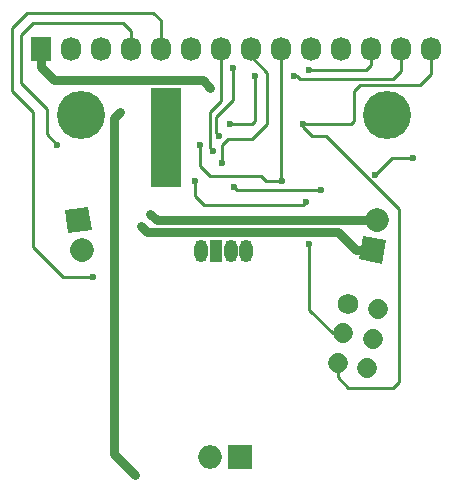
<source format=gbl>
G04 #@! TF.FileFunction,Copper,L2,Bot,Signal*
%FSLAX46Y46*%
G04 Gerber Fmt 4.6, Leading zero omitted, Abs format (unit mm)*
G04 Created by KiCad (PCBNEW 4.0.1-stable) date 2016 March 22, Tuesday 17:13:29*
%MOMM*%
G01*
G04 APERTURE LIST*
%ADD10C,0.100000*%
%ADD11C,0.600000*%
%ADD12R,1.727200X2.032000*%
%ADD13O,1.727200X2.032000*%
%ADD14O,1.117600X1.905000*%
%ADD15R,1.117600X1.905000*%
%ADD16C,4.064000*%
%ADD17C,1.727200*%
%ADD18C,1.727200*%
%ADD19O,1.998980X1.998980*%
%ADD20R,1.998980X1.998980*%
%ADD21C,1.998980*%
%ADD22C,0.750000*%
%ADD23C,0.250000*%
G04 APERTURE END LIST*
D10*
D11*
X138303000Y-80137000D03*
X137033000Y-80137000D03*
X137668000Y-79375000D03*
X137668000Y-74041000D03*
X137033000Y-73279000D03*
X138303000Y-73279000D03*
X137668000Y-76581000D03*
X137668000Y-77216000D03*
D12*
X127127000Y-69088000D03*
D13*
X129667000Y-69088000D03*
X132207000Y-69088000D03*
X134747000Y-69088000D03*
X137287000Y-69088000D03*
X139827000Y-69088000D03*
X142367000Y-69088000D03*
X144907000Y-69088000D03*
X147447000Y-69088000D03*
X149987000Y-69088000D03*
X152527000Y-69088000D03*
X155067000Y-69088000D03*
X157607000Y-69088000D03*
X160147000Y-69088000D03*
D14*
X140716000Y-86233000D03*
D15*
X141986000Y-86233000D03*
D14*
X143256000Y-86233000D03*
X144526000Y-86233000D03*
D16*
X156464000Y-74676000D03*
X130556000Y-74676000D03*
D11*
X137668000Y-75946000D03*
D17*
X153162000Y-90678000D03*
D18*
X155663412Y-91119066D02*
X155663412Y-91119066D01*
X152720934Y-93179412D02*
X152720934Y-93179412D01*
X155222345Y-93620478D02*
X155222345Y-93620478D01*
X152279867Y-95680823D02*
X152279867Y-95680823D01*
X154781279Y-96121890D02*
X154781279Y-96121890D01*
D19*
X141478000Y-103632000D03*
D20*
X144018000Y-103632000D03*
D21*
X130655500Y-86081281D02*
X130655500Y-86081281D01*
D10*
G36*
X129173135Y-82715339D02*
X131152661Y-82437135D01*
X131430865Y-84416661D01*
X129451339Y-84694865D01*
X129173135Y-82715339D01*
X129173135Y-82715339D01*
G37*
D21*
X155635066Y-83604588D02*
X155635066Y-83604588D01*
D10*
G36*
X156004746Y-87263865D02*
X154036135Y-86916746D01*
X154383254Y-84948135D01*
X156351865Y-85295254D01*
X156004746Y-87263865D01*
X156004746Y-87263865D01*
G37*
D11*
X135128000Y-105156000D03*
X133858000Y-74422000D03*
X141478000Y-72390000D03*
X149352000Y-75438000D03*
X148590000Y-71374000D03*
X140589000Y-77216000D03*
X147574000Y-80264000D03*
X142494000Y-78740000D03*
X128524000Y-77216000D03*
X149606000Y-82042000D03*
X140208000Y-80264000D03*
X135636000Y-84074000D03*
X136398000Y-83058000D03*
X131572000Y-88392000D03*
X149860000Y-70866000D03*
X143129000Y-75438000D03*
X145288000Y-71374000D03*
X141732000Y-77724000D03*
X149860000Y-85598000D03*
X143383000Y-70739000D03*
X142240000Y-76454000D03*
X158623000Y-78359000D03*
X155448000Y-79756000D03*
X150876000Y-81026000D03*
X143510000Y-80772000D03*
D22*
X133350000Y-103378000D02*
X135128000Y-105156000D01*
X133350000Y-74930000D02*
X133350000Y-103378000D01*
X133858000Y-74422000D02*
X133350000Y-74930000D01*
X127127000Y-70612000D02*
X127127000Y-69088000D01*
X128270000Y-71755000D02*
X127127000Y-70612000D01*
X140843000Y-71755000D02*
X128270000Y-71755000D01*
X141478000Y-72390000D02*
X140843000Y-71755000D01*
D23*
X149352000Y-75438000D02*
X149352000Y-75692000D01*
X152279867Y-96907867D02*
X152279867Y-95680823D01*
X153162000Y-97790000D02*
X152279867Y-96907867D01*
X156972000Y-97790000D02*
X153162000Y-97790000D01*
X157480000Y-97282000D02*
X156972000Y-97790000D01*
X157480000Y-82677000D02*
X157480000Y-97282000D01*
X151257000Y-76454000D02*
X157480000Y-82677000D01*
X150114000Y-76454000D02*
X151257000Y-76454000D01*
X149352000Y-75692000D02*
X150114000Y-76454000D01*
X160147000Y-71247000D02*
X160147000Y-69088000D01*
X159258000Y-72136000D02*
X160147000Y-71247000D01*
X154178000Y-72136000D02*
X159258000Y-72136000D01*
X153670000Y-72644000D02*
X154178000Y-72136000D01*
X153670000Y-75184000D02*
X153670000Y-72644000D01*
X153416000Y-75438000D02*
X153670000Y-75184000D01*
X149352000Y-75438000D02*
X153416000Y-75438000D01*
X148590000Y-71374000D02*
X148844000Y-71374000D01*
X157607000Y-70993000D02*
X157607000Y-69088000D01*
X156972000Y-71628000D02*
X157607000Y-70993000D01*
X149098000Y-71628000D02*
X156972000Y-71628000D01*
X148844000Y-71374000D02*
X149098000Y-71628000D01*
X147574000Y-80264000D02*
X146177000Y-80264000D01*
X140589000Y-78994000D02*
X140589000Y-77216000D01*
X141478000Y-79883000D02*
X140589000Y-78994000D01*
X145796000Y-79883000D02*
X141478000Y-79883000D01*
X146177000Y-80264000D02*
X145796000Y-79883000D01*
X147447000Y-69088000D02*
X147447000Y-80137000D01*
X147447000Y-80137000D02*
X147574000Y-80264000D01*
X144907000Y-69088000D02*
X144907000Y-69723000D01*
X144907000Y-69723000D02*
X146304000Y-71120000D01*
X146304000Y-71120000D02*
X146304000Y-75438000D01*
X146304000Y-75438000D02*
X145034000Y-76708000D01*
X145034000Y-76708000D02*
X143002000Y-76708000D01*
X143002000Y-76708000D02*
X142494000Y-77216000D01*
X142494000Y-77216000D02*
X142494000Y-78740000D01*
X134747000Y-67564000D02*
X134747000Y-69088000D01*
X134112000Y-66929000D02*
X134747000Y-67564000D01*
X126492000Y-66929000D02*
X134112000Y-66929000D01*
X125476000Y-67945000D02*
X126492000Y-66929000D01*
X125476000Y-72009000D02*
X125476000Y-67945000D01*
X127635000Y-74168000D02*
X125476000Y-72009000D01*
X127635000Y-76327000D02*
X127635000Y-74168000D01*
X128524000Y-77216000D02*
X127635000Y-76327000D01*
X140208000Y-81534000D02*
X140208000Y-80264000D01*
X140970000Y-82296000D02*
X140208000Y-81534000D01*
X149352000Y-82296000D02*
X140970000Y-82296000D01*
X149606000Y-82042000D02*
X149352000Y-82296000D01*
D22*
X155194000Y-86106000D02*
X153797000Y-86106000D01*
X136144000Y-84582000D02*
X135636000Y-84074000D01*
X152273000Y-84582000D02*
X136144000Y-84582000D01*
X153797000Y-86106000D02*
X152273000Y-84582000D01*
X136944588Y-83604588D02*
X155635066Y-83604588D01*
X136944588Y-83604588D02*
X136398000Y-83058000D01*
D23*
X131572000Y-88392000D02*
X129032000Y-88392000D01*
X137287000Y-66675000D02*
X137287000Y-69088000D01*
X136652000Y-66040000D02*
X137287000Y-66675000D01*
X125984000Y-66040000D02*
X136652000Y-66040000D01*
X124714000Y-67310000D02*
X125984000Y-66040000D01*
X124714000Y-72644000D02*
X124714000Y-67310000D01*
X126492000Y-74422000D02*
X124714000Y-72644000D01*
X126492000Y-85852000D02*
X126492000Y-74422000D01*
X129032000Y-88392000D02*
X126492000Y-85852000D01*
X155067000Y-70485000D02*
X155067000Y-69088000D01*
X154686000Y-70866000D02*
X155067000Y-70485000D01*
X149860000Y-70866000D02*
X154686000Y-70866000D01*
X145034000Y-75438000D02*
X145288000Y-75184000D01*
X143129000Y-75438000D02*
X145034000Y-75438000D01*
X145288000Y-75184000D02*
X145288000Y-74930000D01*
X145288000Y-75184000D02*
X145288000Y-74930000D01*
X145288000Y-74930000D02*
X145288000Y-71374000D01*
X141478000Y-77470000D02*
X141478000Y-74422000D01*
X141732000Y-77724000D02*
X141478000Y-77470000D01*
X142367000Y-73533000D02*
X142367000Y-69088000D01*
X141478000Y-74422000D02*
X142367000Y-73533000D01*
X152720934Y-93179412D02*
X151853412Y-93179412D01*
X151853412Y-93179412D02*
X149860000Y-91186000D01*
X149860000Y-91186000D02*
X149860000Y-85598000D01*
X143383000Y-73406000D02*
X143383000Y-70739000D01*
X141928002Y-74860998D02*
X143383000Y-73406000D01*
X141928002Y-76142002D02*
X141928002Y-74860998D01*
X142240000Y-76454000D02*
X141928002Y-76142002D01*
X158623000Y-78359000D02*
X156845000Y-78359000D01*
X156845000Y-78359000D02*
X155448000Y-79756000D01*
X143764000Y-81026000D02*
X150876000Y-81026000D01*
X143510000Y-80772000D02*
X143764000Y-81026000D01*
D10*
G36*
X138888000Y-80722000D02*
X136448000Y-80722000D01*
X136448000Y-72440000D01*
X138888000Y-72440000D01*
X138888000Y-80722000D01*
X138888000Y-80722000D01*
G37*
X138888000Y-80722000D02*
X136448000Y-80722000D01*
X136448000Y-72440000D01*
X138888000Y-72440000D01*
X138888000Y-80722000D01*
M02*

</source>
